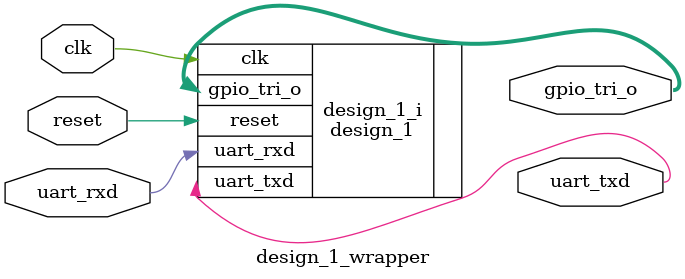
<source format=v>
`timescale 1 ps / 1 ps

module design_1_wrapper
   (clk,
    gpio_tri_o,
    reset,
    uart_rxd,
    uart_txd);
  input clk;
  output [1:0]gpio_tri_o;
  input reset;
  input uart_rxd;
  output uart_txd;

  wire clk;
  wire [1:0]gpio_tri_o;
  wire reset;
  wire uart_rxd;
  wire uart_txd;

  design_1 design_1_i
       (.clk(clk),
        .gpio_tri_o(gpio_tri_o),
        .reset(reset),
        .uart_rxd(uart_rxd),
        .uart_txd(uart_txd));
endmodule

</source>
